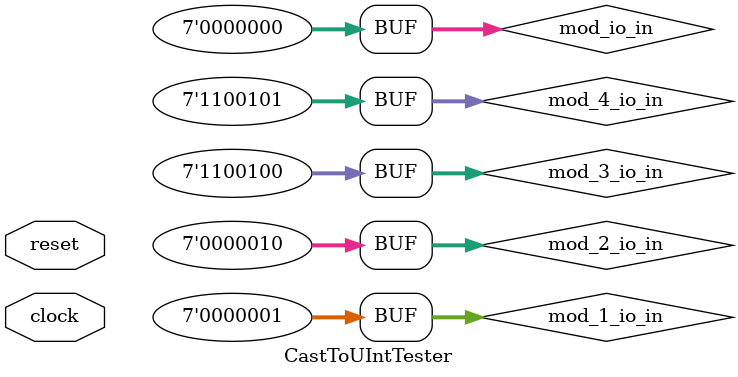
<source format=v>
module CastToUInt(
  input  [6:0] io_in,
  output [6:0] io_out
);
  assign io_out = io_in; // @[StrongEnum.scala 53:25]
endmodule
module CastToUIntTester(
  input   clock,
  input   reset
);
  wire [6:0] mod_io_in; // @[StrongEnum.scala 168:21]
  wire [6:0] mod_io_out; // @[StrongEnum.scala 168:21]
  wire [6:0] mod_1_io_in; // @[StrongEnum.scala 168:21]
  wire [6:0] mod_1_io_out; // @[StrongEnum.scala 168:21]
  wire [6:0] mod_2_io_in; // @[StrongEnum.scala 168:21]
  wire [6:0] mod_2_io_out; // @[StrongEnum.scala 168:21]
  wire [6:0] mod_3_io_in; // @[StrongEnum.scala 168:21]
  wire [6:0] mod_3_io_out; // @[StrongEnum.scala 168:21]
  wire [6:0] mod_4_io_in; // @[StrongEnum.scala 168:21]
  wire [6:0] mod_4_io_out; // @[StrongEnum.scala 168:21]
  wire  _T_2 = ~reset; // @[StrongEnum.scala 170:11]
  CastToUInt mod ( // @[StrongEnum.scala 168:21]
    .io_in(mod_io_in),
    .io_out(mod_io_out)
  );
  CastToUInt mod_1 ( // @[StrongEnum.scala 168:21]
    .io_in(mod_1_io_in),
    .io_out(mod_1_io_out)
  );
  CastToUInt mod_2 ( // @[StrongEnum.scala 168:21]
    .io_in(mod_2_io_in),
    .io_out(mod_2_io_out)
  );
  CastToUInt mod_3 ( // @[StrongEnum.scala 168:21]
    .io_in(mod_3_io_in),
    .io_out(mod_3_io_out)
  );
  CastToUInt mod_4 ( // @[StrongEnum.scala 168:21]
    .io_in(mod_4_io_in),
    .io_out(mod_4_io_out)
  );
  assign mod_io_in = 7'h0; // @[StrongEnum.scala 169:15]
  assign mod_1_io_in = 7'h1; // @[StrongEnum.scala 169:15]
  assign mod_2_io_in = 7'h2; // @[StrongEnum.scala 169:15]
  assign mod_3_io_in = 7'h64; // @[StrongEnum.scala 169:15]
  assign mod_4_io_in = 7'h65; // @[StrongEnum.scala 169:15]
  always @(posedge clock) begin
    `ifndef SYNTHESIS
    `ifdef STOP_COND
      if (`STOP_COND) begin
    `endif
        if (~reset & ~(mod_io_out == 7'h0)) begin
          $fatal; // @[StrongEnum.scala 170:11]
        end
    `ifdef STOP_COND
      end
    `endif
    `endif // SYNTHESIS
    `ifndef SYNTHESIS
    `ifdef PRINTF_COND
      if (`PRINTF_COND) begin
    `endif
        if (~reset & ~(mod_io_out == 7'h0)) begin
          $fwrite(32'h80000002,"Assertion failed\n    at StrongEnum.scala:170 assert(mod.io.out === lit)\n"); // @[StrongEnum.scala 170:11]
        end
    `ifdef PRINTF_COND
      end
    `endif
    `endif // SYNTHESIS
    `ifndef SYNTHESIS
    `ifdef STOP_COND
      if (`STOP_COND) begin
    `endif
        if (~reset & ~(mod_1_io_out == 7'h1)) begin
          $fatal; // @[StrongEnum.scala 170:11]
        end
    `ifdef STOP_COND
      end
    `endif
    `endif // SYNTHESIS
    `ifndef SYNTHESIS
    `ifdef PRINTF_COND
      if (`PRINTF_COND) begin
    `endif
        if (~reset & ~(mod_1_io_out == 7'h1)) begin
          $fwrite(32'h80000002,"Assertion failed\n    at StrongEnum.scala:170 assert(mod.io.out === lit)\n"); // @[StrongEnum.scala 170:11]
        end
    `ifdef PRINTF_COND
      end
    `endif
    `endif // SYNTHESIS
    `ifndef SYNTHESIS
    `ifdef STOP_COND
      if (`STOP_COND) begin
    `endif
        if (~reset & ~(mod_2_io_out == 7'h2)) begin
          $fatal; // @[StrongEnum.scala 170:11]
        end
    `ifdef STOP_COND
      end
    `endif
    `endif // SYNTHESIS
    `ifndef SYNTHESIS
    `ifdef PRINTF_COND
      if (`PRINTF_COND) begin
    `endif
        if (~reset & ~(mod_2_io_out == 7'h2)) begin
          $fwrite(32'h80000002,"Assertion failed\n    at StrongEnum.scala:170 assert(mod.io.out === lit)\n"); // @[StrongEnum.scala 170:11]
        end
    `ifdef PRINTF_COND
      end
    `endif
    `endif // SYNTHESIS
    `ifndef SYNTHESIS
    `ifdef STOP_COND
      if (`STOP_COND) begin
    `endif
        if (~reset & ~(mod_3_io_out == 7'h64)) begin
          $fatal; // @[StrongEnum.scala 170:11]
        end
    `ifdef STOP_COND
      end
    `endif
    `endif // SYNTHESIS
    `ifndef SYNTHESIS
    `ifdef PRINTF_COND
      if (`PRINTF_COND) begin
    `endif
        if (~reset & ~(mod_3_io_out == 7'h64)) begin
          $fwrite(32'h80000002,"Assertion failed\n    at StrongEnum.scala:170 assert(mod.io.out === lit)\n"); // @[StrongEnum.scala 170:11]
        end
    `ifdef PRINTF_COND
      end
    `endif
    `endif // SYNTHESIS
    `ifndef SYNTHESIS
    `ifdef STOP_COND
      if (`STOP_COND) begin
    `endif
        if (~reset & ~(mod_4_io_out == 7'h65)) begin
          $fatal; // @[StrongEnum.scala 170:11]
        end
    `ifdef STOP_COND
      end
    `endif
    `endif // SYNTHESIS
    `ifndef SYNTHESIS
    `ifdef PRINTF_COND
      if (`PRINTF_COND) begin
    `endif
        if (~reset & ~(mod_4_io_out == 7'h65)) begin
          $fwrite(32'h80000002,"Assertion failed\n    at StrongEnum.scala:170 assert(mod.io.out === lit)\n"); // @[StrongEnum.scala 170:11]
        end
    `ifdef PRINTF_COND
      end
    `endif
    `endif // SYNTHESIS
    `ifndef SYNTHESIS
    `ifdef STOP_COND
      if (`STOP_COND) begin
    `endif
        if (_T_2) begin
          $finish; // @[StrongEnum.scala 172:7]
        end
    `ifdef STOP_COND
      end
    `endif
    `endif // SYNTHESIS
  end
endmodule

</source>
